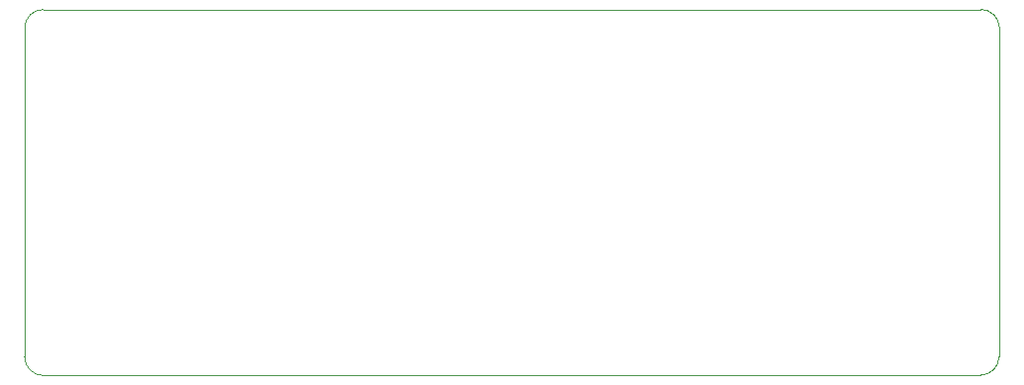
<source format=gbr>
%TF.GenerationSoftware,KiCad,Pcbnew,7.0.7*%
%TF.CreationDate,2023-10-21T19:04:04-04:00*%
%TF.ProjectId,xESC2,78455343-322e-46b6-9963-61645f706362,rev?*%
%TF.SameCoordinates,Original*%
%TF.FileFunction,Profile,NP*%
%FSLAX46Y46*%
G04 Gerber Fmt 4.6, Leading zero omitted, Abs format (unit mm)*
G04 Created by KiCad (PCBNEW 7.0.7) date 2023-10-21 19:04:04*
%MOMM*%
%LPD*%
G01*
G04 APERTURE LIST*
%TA.AperFunction,Profile*%
%ADD10C,0.050000*%
%TD*%
G04 APERTURE END LIST*
D10*
X197300001Y-134199999D02*
X277568629Y-134168629D01*
X195700001Y-104400001D02*
X195700001Y-132599999D01*
X195700001Y-132599999D02*
G75*
G03*
X197300001Y-134199999I1599999J-1D01*
G01*
X279168629Y-132568629D02*
X279200000Y-104400000D01*
X197300001Y-102800001D02*
X277600000Y-102800000D01*
X279200000Y-104400000D02*
G75*
G03*
X277600000Y-102800000I-1600000J0D01*
G01*
X197300001Y-102800001D02*
G75*
G03*
X195700001Y-104400001I-1J-1599999D01*
G01*
X277568629Y-134168629D02*
G75*
G03*
X279168629Y-132568629I-29J1600029D01*
G01*
M02*

</source>
